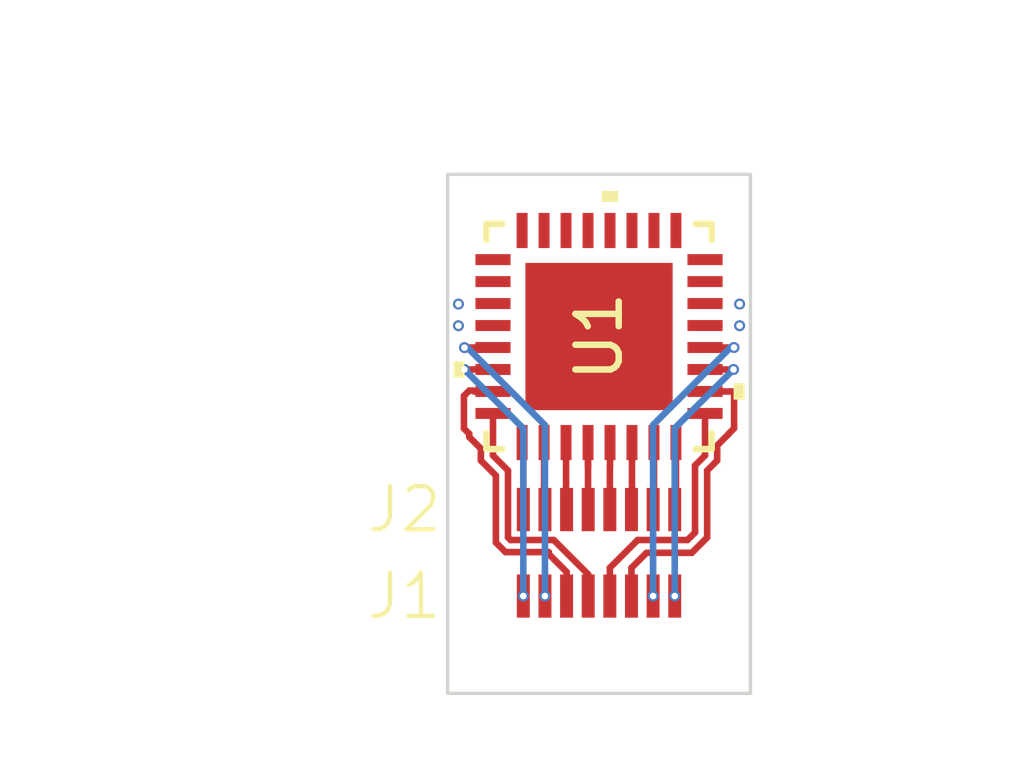
<source format=kicad_pcb>
(kicad_pcb (version 20241229) (generator "pcbnew") (generator_version "9.0")
  (layers (0 "F.Cu" signal) (2 "B.Cu" signal) (13 "F.Paste" user) (15 "B.Paste" user) (5 "F.SilkS" user "F.Silkscreen") (7 "B.SilkS" user "B.Silkscreen") (1 "F.Mask" user) (3 "B.Mask" user) (25 "Edge.Cuts" user))
  (net 0 "")
  (net 16 "GND")
  (net 17 "Net-(J1-Pin_1)")
  (net 18 "Net-(J1-Pin_2)")
  (net 19 "Net-(J1-Pin_3)")
  (net 20 "Net-(J1-Pin_6)")
  (net 21 "Net-(J2-Pin_6)")
  (net 22 "Net-(J1-Pin_5)")
  (net 23 "Net-(J2-Pin_3)")
  (net 24 "Net-(J2-Pin_5)")
  (net 25 "Net-(J1-Pin_4)")
  (net 26 "Net-(J2-Pin_8)")
  (net 27 "Net-(J2-Pin_7)")
  (net 28 "Net-(J2-Pin_4)")
  (net 29 "Net-(J1-Pin_7)")
  (net 30 "Net-(J2-Pin_1)")
  (net 31 "Net-(J1-Pin_8)")
  (net 32 "Net-(J2-Pin_2)")
  (footprint "BrailleLibrary:FPC Connecotr" (layer "F.Cu") (at 203.5 59.75 90)
    (property "Reference" "J1" (at 0 -4.5 0) (layer "F.SilkS") (effects (font (thickness 0.1))))
    (property "Value" "Conn_01x08_Socket")
    (pad "1" smd rect (at 0 -1.75 90) (size 1 0.3) (layers "F.Cu" "F.Mask" "F.Paste") (net 17 "Net-(J1-Pin_1)"))
    (pad "2" smd rect (at 0 -1.25 90) (size 1 0.3) (layers "F.Cu" "F.Mask" "F.Paste") (net 18 "Net-(J1-Pin_2)"))
    (pad "3" smd rect (at 0 -0.75 90) (size 1 0.3) (layers "F.Cu" "F.Mask" "F.Paste") (net 19 "Net-(J1-Pin_3)"))
    (pad "4" smd rect (at 0 -0.25 90) (size 1 0.3) (layers "F.Cu" "F.Mask" "F.Paste") (net 25 "Net-(J1-Pin_4)"))
    (pad "5" smd rect (at 0 0.25 90) (size 1 0.3) (layers "F.Cu" "F.Mask" "F.Paste") (net 22 "Net-(J1-Pin_5)"))
    (pad "6" smd rect (at 0 0.75 90) (size 1 0.3) (layers "F.Cu" "F.Mask" "F.Paste") (net 20 "Net-(J1-Pin_6)"))
    (pad "7" smd rect (at 0 1.25 90) (size 1 0.3) (layers "F.Cu" "F.Mask" "F.Paste") (net 29 "Net-(J1-Pin_7)"))
    (pad "8" smd rect (at 0 1.75 90) (size 1 0.3) (layers "F.Cu" "F.Mask" "F.Paste") (net 31 "Net-(J1-Pin_8)"))
  )
  (footprint "BrailleLibrary:FPC Connecotr" (layer "F.Cu") (at 203.5 57.75 90)
    (property "Reference" "J2" (at 0 -4.5 0) (layer "F.SilkS") (effects (font (thickness 0.1))))
    (property "Value" "Conn_01x08_Socket")
    (pad "1" smd rect (at 0 -1.75 90) (size 1 0.3) (layers "F.Cu" "F.Mask" "F.Paste") (net 30 "Net-(J2-Pin_1)"))
    (pad "2" smd rect (at 0 -1.25 90) (size 1 0.3) (layers "F.Cu" "F.Mask" "F.Paste") (net 32 "Net-(J2-Pin_2)"))
    (pad "3" smd rect (at 0 -0.75 90) (size 1 0.3) (layers "F.Cu" "F.Mask" "F.Paste") (net 23 "Net-(J2-Pin_3)"))
    (pad "4" smd rect (at 0 -0.25 90) (size 1 0.3) (layers "F.Cu" "F.Mask" "F.Paste") (net 28 "Net-(J2-Pin_4)"))
    (pad "5" smd rect (at 0 0.25 90) (size 1 0.3) (layers "F.Cu" "F.Mask" "F.Paste") (net 24 "Net-(J2-Pin_5)"))
    (pad "6" smd rect (at 0 0.75 90) (size 1 0.3) (layers "F.Cu" "F.Mask" "F.Paste") (net 21 "Net-(J2-Pin_6)"))
    (pad "7" smd rect (at 0 1.25 90) (size 1 0.3) (layers "F.Cu" "F.Mask" "F.Paste") (net 27 "Net-(J2-Pin_7)"))
    (pad "8" smd rect (at 0 1.75 90) (size 1 0.3) (layers "F.Cu" "F.Mask" "F.Paste") (net 26 "Net-(J2-Pin_8)"))
  )
  (footprint "HV509K6-G:QFN32_5X5MC_MCH" (layer "F.Cu") (at 203.5 53.75 90)
    (property "Reference" "U1" (at 0 0 90) (layer "F.SilkS"))
    (property "Value" "HV509K6-G")
    (fp_line (start 2.6035 -2.6035) (end 2.23774 -2.6035) (stroke (width 0.1524)) (layer "F.SilkS"))
    (fp_line (start -2.23774 -2.6035) (end -2.6035 -2.6035) (stroke (width 0.1524)) (layer "F.SilkS"))
    (fp_line (start -2.6035 -2.6035) (end -2.6035 -2.23774) (stroke (width 0.1524)) (layer "F.SilkS"))
    (fp_line (start 2.6035 -2.23774) (end 2.6035 -2.6035) (stroke (width 0.1524)) (layer "F.SilkS"))
    (fp_line (start -2.6035 2.23774) (end -2.6035 2.6035) (stroke (width 0.1524)) (layer "F.SilkS"))
    (fp_line (start 2.6035 2.6035) (end 2.6035 2.23774) (stroke (width 0.1524)) (layer "F.SilkS"))
    (fp_line (start 2.23774 2.6035) (end 2.6035 2.6035) (stroke (width 0.1524)) (layer "F.SilkS"))
    (fp_line (start -2.6035 2.6035) (end -2.23774 2.6035) (stroke (width 0.1524)) (layer "F.SilkS"))
    (fp_poly (pts (xy -0.9525 -3.1115) (xy -0.9525 -3.3655) (xy -0.5715 -3.3655) (xy -0.5715 -3.1115)) (fill yes) (layer "F.SilkS"))
    (fp_poly (pts (xy 3.3655 0.0635) (xy 3.3655 0.4445) (xy 3.1115 0.4445) (xy 3.1115 0.0635)) (fill yes) (layer "F.SilkS"))
    (fp_poly (pts (xy -1.4605 3.1115) (xy -1.4605 3.3655) (xy -1.0795 3.3655) (xy -1.0795 3.1115)) (fill yes) (layer "F.SilkS"))
    (pad "1" smd rect (at -2.4511 -1.778 180) (size 0.254 0.8128) (layers "F.Cu" "F.Mask" "F.Paste") (net 30 "Net-(J2-Pin_1)"))
    (pad "2" smd rect (at -2.4511 -1.27 180) (size 0.254 0.8128) (layers "F.Cu" "F.Mask" "F.Paste") (net 32 "Net-(J2-Pin_2)"))
    (pad "3" smd rect (at -2.4511 -0.762 180) (size 0.254 0.8128) (layers "F.Cu" "F.Mask" "F.Paste") (net 23 "Net-(J2-Pin_3)"))
    (pad "4" smd rect (at -2.4511 -0.254 180) (size 0.254 0.8128) (layers "F.Cu" "F.Mask" "F.Paste") (net 28 "Net-(J2-Pin_4)"))
    (pad "5" smd rect (at -2.4511 0.254 180) (size 0.254 0.8128) (layers "F.Cu" "F.Mask" "F.Paste") (net 24 "Net-(J2-Pin_5)"))
    (pad "6" smd rect (at -2.4511 0.762 180) (size 0.254 0.8128) (layers "F.Cu" "F.Mask" "F.Paste") (net 21 "Net-(J2-Pin_6)"))
    (pad "7" smd rect (at -2.4511 1.27 180) (size 0.254 0.8128) (layers "F.Cu" "F.Mask" "F.Paste") (net 27 "Net-(J2-Pin_7)"))
    (pad "8" smd rect (at -2.4511 1.778 180) (size 0.254 0.8128) (layers "F.Cu" "F.Mask" "F.Paste") (net 26 "Net-(J2-Pin_8)"))
    (pad "9" smd rect (at -1.778 2.4511 90) (size 0.254 0.8128) (layers "F.Cu" "F.Mask" "F.Paste") (net 22 "Net-(J1-Pin_5)"))
    (pad "10" smd rect (at -1.27 2.4511 90) (size 0.254 0.8128) (layers "F.Cu" "F.Mask" "F.Paste") (net 20 "Net-(J1-Pin_6)"))
    (pad "11" smd rect (at -0.762 2.4511 90) (size 0.254 0.8128) (layers "F.Cu" "F.Mask" "F.Paste") (net 31 "Net-(J1-Pin_8)"))
    (pad "12" smd rect (at -0.254 2.4511 90) (size 0.254 0.8128) (layers "F.Cu" "F.Mask" "F.Paste") (net 29 "Net-(J1-Pin_7)"))
    (pad "13" smd rect (at 0.254 2.4511 90) (size 0.254 0.8128) (layers "F.Cu" "F.Mask" "F.Paste"))
    (pad "14" smd rect (at 0.762 2.4511 90) (size 0.254 0.8128) (layers "F.Cu" "F.Mask" "F.Paste"))
    (pad "15" smd rect (at 1.27 2.4511 90) (size 0.254 0.8128) (layers "F.Cu" "F.Mask" "F.Paste") (net 16 "GND"))
    (pad "16" smd rect (at 1.778 2.4511 90) (size 0.254 0.8128) (layers "F.Cu" "F.Mask" "F.Paste"))
    (pad "17" smd rect (at 2.4511 1.778 180) (size 0.254 0.8128) (layers "F.Cu" "F.Mask" "F.Paste"))
    (pad "18" smd rect (at 2.4511 1.27 180) (size 0.254 0.8128) (layers "F.Cu" "F.Mask" "F.Paste"))
    (pad "19" smd rect (at 2.4511 0.762 180) (size 0.254 0.8128) (layers "F.Cu" "F.Mask" "F.Paste"))
    (pad "20" smd rect (at 2.4511 0.254 180) (size 0.254 0.8128) (layers "F.Cu" "F.Mask" "F.Paste"))
    (pad "21" smd rect (at 2.4511 -0.254 180) (size 0.254 0.8128) (layers "F.Cu" "F.Mask" "F.Paste"))
    (pad "22" smd rect (at 2.4511 -0.762 180) (size 0.254 0.8128) (layers "F.Cu" "F.Mask" "F.Paste"))
    (pad "23" smd rect (at 2.4511 -1.27 180) (size 0.254 0.8128) (layers "F.Cu" "F.Mask" "F.Paste"))
    (pad "24" smd rect (at 2.4511 -1.778 180) (size 0.254 0.8128) (layers "F.Cu" "F.Mask" "F.Paste"))
    (pad "25" smd rect (at 1.778 -2.4511 90) (size 0.254 0.8128) (layers "F.Cu" "F.Mask" "F.Paste"))
    (pad "26" smd rect (at 1.27 -2.4511 90) (size 0.254 0.8128) (layers "F.Cu" "F.Mask" "F.Paste"))
    (pad "27" smd rect (at 0.762 -2.4511 90) (size 0.254 0.8128) (layers "F.Cu" "F.Mask" "F.Paste"))
    (pad "28" smd rect (at 0.254 -2.4511 90) (size 0.254 0.8128) (layers "F.Cu" "F.Mask" "F.Paste"))
    (pad "29" smd rect (at -0.254 -2.4511 90) (size 0.254 0.8128) (layers "F.Cu" "F.Mask" "F.Paste") (net 18 "Net-(J1-Pin_2)"))
    (pad "30" smd rect (at -0.762 -2.4511 90) (size 0.254 0.8128) (layers "F.Cu" "F.Mask" "F.Paste") (net 17 "Net-(J1-Pin_1)"))
    (pad "31" smd rect (at -1.27 -2.4511 90) (size 0.254 0.8128) (layers "F.Cu" "F.Mask" "F.Paste") (net 19 "Net-(J1-Pin_3)"))
    (pad "32" smd rect (at -1.778 -2.4511 90) (size 0.254 0.8128) (layers "F.Cu" "F.Mask" "F.Paste") (net 25 "Net-(J1-Pin_4)"))
    (pad "33" smd rect (at 0 0 90) (size 3.4036 3.4036) (layers "F.Cu" "F.Mask" "F.Paste") (net 16 "GND"))
  )
  (gr_rect (start 200 50) (end 207 62) (stroke (width 0.0762)) (fill no) (layer "Edge.Cuts"))
  (via (at 200.25 53.5) (size 0.254) (drill 0.1524) (layers "F.Cu" "B.Cu") (net 0))
  (via (at 200.25 53) (size 0.254) (drill 0.1524) (layers "F.Cu" "B.Cu") (net 0))
  (via (at 206.75 53.5) (size 0.254) (drill 0.1524) (layers "F.Cu" "B.Cu") (net 0))
  (via (at 206.75 53) (size 0.254) (drill 0.1524) (layers "F.Cu" "B.Cu") (net 0))
  (segment (start 201.0489 54.512) (end 200.387955 54.512) (width 0.1524) (layer "F.Cu") (net 17))
  (segment (start 200.387955 54.512) (end 200.3772 54.501245) (width 0.1524) (layer "F.Cu") (net 17))
  (via (at 200.387955 54.512) (size 0.254) (drill 0.1524) (layers "F.Cu" "B.Cu") (net 17))
  (via (at 201.75 59.75) (size 0.254) (drill 0.1524) (layers "F.Cu" "B.Cu") (net 17))
  (segment (start 201.75 55.874045) (end 201.75 59.75) (width 0.1524) (layer "B.Cu") (net 17))
  (segment (start 200.387955 54.512) (end 201.75 55.874045) (width 0.1524) (layer "B.Cu") (net 17))
  (segment (start 200.392175 54.004) (end 200.389322 54.006853) (width 0.1524) (layer "F.Cu") (net 18))
  (segment (start 201.0489 54.004) (end 200.392175 54.004) (width 0.1524) (layer "F.Cu") (net 18))
  (via (at 200.389322 54.006853) (size 0.254) (drill 0.1524) (layers "F.Cu" "B.Cu") (net 18))
  (via (at 202.25 59.75) (size 0.254) (drill 0.1524) (layers "F.Cu" "B.Cu") (net 18))
  (segment (start 200.389322 54.006853) (end 200.458959 54.006853) (width 0.1524) (layer "B.Cu") (net 18))
  (segment (start 200.458959 54.006853) (end 202.25 55.797894) (width 0.1524) (layer "B.Cu") (net 18))
  (segment (start 202.25 55.797894) (end 202.25 59.75) (width 0.1524) (layer "B.Cu") (net 18))
  (segment (start 200.5 56) (end 200.3772 55.8772) (width 0.1524) (layer "F.Cu") (net 19))
  (segment (start 200.3772 55.8772) (end 200.3772 55.1228) (width 0.1524) (layer "F.Cu") (net 19))
  (segment (start 200.7685 56.341773) (end 200.5 56.073273) (width 0.1524) (layer "F.Cu") (net 19))
  (segment (start 202.75 59.75) (end 202.75 59.1916) (width 0.1524) (layer "F.Cu") (net 19))
  (segment (start 200.5 55) (end 200.5951 55) (width 0.1524) (layer "F.Cu") (net 19))
  (segment (start 201.338054 58.7346) (end 201.1154 58.511945) (width 0.1524) (layer "F.Cu") (net 19))
  (segment (start 200.5951 55) (end 200.6151 55.02) (width 0.1524) (layer "F.Cu") (net 19))
  (segment (start 200.5 56.073273) (end 200.5 56) (width 0.1524) (layer "F.Cu") (net 19))
  (segment (start 202.338054 58.7346) (end 201.338054 58.7346) (width 0.1524) (layer "F.Cu") (net 19))
  (segment (start 201.1154 56.963046) (end 200.7685 56.616145) (width 0.1524) (layer "F.Cu") (net 19))
  (segment (start 200.6151 55.02) (end 201.0489 55.02) (width 0.1524) (layer "F.Cu") (net 19))
  (segment (start 201.1154 58.511945) (end 201.1154 56.963046) (width 0.1524) (layer "F.Cu") (net 19))
  (segment (start 200.7685 56.616145) (end 200.7685 56.341773) (width 0.1524) (layer "F.Cu") (net 19))
  (segment (start 202.75 59.1916) (end 202.3388 58.7804) (width 0.1524) (layer "F.Cu") (net 19))
  (segment (start 202.3388 58.7804) (end 202.3388 58.735346) (width 0.1524) (layer "F.Cu") (net 19))
  (segment (start 200.3772 55.1228) (end 200.5 55) (width 0.1524) (layer "F.Cu") (net 19))
  (segment (start 202.3388 58.735346) (end 202.338054 58.7346) (width 0.1524) (layer "F.Cu") (net 19))
  (segment (start 206 58.396545) (end 205.646545 58.75) (width 0.1524) (layer "F.Cu") (net 20))
  (segment (start 205.646545 58.75) (end 204.5976 58.75) (width 0.1524) (layer "F.Cu") (net 20))
  (segment (start 206.2315 56.616146) (end 206 56.847646) (width 0.1524) (layer "F.Cu") (net 20))
  (segment (start 204.25 59.0976) (end 204.25 59.75) (width 0.1524) (layer "F.Cu") (net 20))
  (segment (start 206.5 55.9956) (end 206.5 56) (width 0.1524) (layer "F.Cu") (net 20))
  (segment (start 205.9511 55.02) (end 206.6228 55.02) (width 0.1524) (layer "F.Cu") (net 20))
  (segment (start 206 58.396545) (end 206 56.847646) (width 0.1524) (layer "F.Cu") (net 20))
  (segment (start 206.6228 55.02) (end 206.6228 55.8728) (width 0.1524) (layer "F.Cu") (net 20))
  (segment (start 204.5976 58.75) (end 204.25 59.0976) (width 0.1524) (layer "F.Cu") (net 20))
  (segment (start 206.5 56) (end 206.2315 56.2685) (width 0.1524) (layer "F.Cu") (net 20))
  (segment (start 206.2315 56.2685) (end 206.2315 56.616146) (width 0.1524) (layer "F.Cu") (net 20))
  (segment (start 206.6228 55.8728) (end 206.5 55.9956) (width 0.1524) (layer "F.Cu") (net 20))
  (segment (start 204.262 57.738) (end 204.25 57.75) (width 0.1524) (layer "F.Cu") (net 21))
  (segment (start 204.262 56.2011) (end 204.262 57.738) (width 0.1524) (layer "F.Cu") (net 21))
  (segment (start 204.3934 58.4542) (end 203.75 59.0976) (width 0.1524) (layer "F.Cu") (net 22))
  (segment (start 205.9511 55.528) (end 205.9511 56.5) (width 0.1524) (layer "F.Cu") (net 22))
  (segment (start 205.7196 56.7315) (end 205.7196 58.280399) (width 0.1524) (layer "F.Cu") (net 22))
  (segment (start 205.9511 56.5) (end 205.7196 56.7315) (width 0.1524) (layer "F.Cu") (net 22))
  (segment (start 205.545799 58.4542) (end 204.3934 58.4542) (width 0.1524) (layer "F.Cu") (net 22))
  (segment (start 203.75 59.0976) (end 203.75 59.75) (width 0.1524) (layer "F.Cu") (net 22))
  (segment (start 205.7196 58.280399) (end 205.545799 58.4542) (width 0.1524) (layer "F.Cu") (net 22))
  (segment (start 202.738 56.2011) (end 202.738 57.738) (width 0.1524) (layer "F.Cu") (net 23))
  (segment (start 202.738 57.738) (end 202.75 57.75) (width 0.1524) (layer "F.Cu") (net 23))
  (segment (start 203.754 56.2011) (end 203.754 56.754) (width 0.1524) (layer "F.Cu") (net 24))
  (segment (start 203.754 56.754) (end 203.75 56.758) (width 0.1524) (layer "F.Cu") (net 24))
  (segment (start 203.75 56.758) (end 203.75 57.75) (width 0.1524) (layer "F.Cu") (net 24))
  (segment (start 203.754 57.746) (end 203.75 57.75) (width 0.1524) (layer "F.Cu") (net 24))
  (segment (start 201.3958 58.3958) (end 201.3958 56.8469) (width 0.1524) (layer "F.Cu") (net 25))
  (segment (start 201.3958 56.8469) (end 201.0489 56.5) (width 0.1524) (layer "F.Cu") (net 25))
  (segment (start 201.0489 56.5) (end 201.0489 55.528) (width 0.1524) (layer "F.Cu") (net 25))
  (segment (start 201.4542 58.4542) (end 201.3958 58.3958) (width 0.1524) (layer "F.Cu") (net 25))
  (segment (start 203.25 59.25) (end 202.4542 58.4542) (width 0.1524) (layer "F.Cu") (net 25))
  (segment (start 202.4542 58.4542) (end 201.4542 58.4542) (width 0.1524) (layer "F.Cu") (net 25))
  (segment (start 203.25 59.75) (end 203.25 59.25) (width 0.1524) (layer "F.Cu") (net 25))
  (segment (start 205.278 57.722) (end 205.25 57.75) (width 0.1524) (layer "F.Cu") (net 26))
  (segment (start 205.278 56.2011) (end 205.278 57.722) (width 0.1524) (layer "F.Cu") (net 26))
  (segment (start 204.77 57.73) (end 204.75 57.75) (width 0.1524) (layer "F.Cu") (net 27))
  (segment (start 204.77 56.2011) (end 204.77 57.73) (width 0.1524) (layer "F.Cu") (net 27))
  (segment (start 203.246 57.746) (end 203.25 57.75) (width 0.1524) (layer "F.Cu") (net 28))
  (segment (start 203.246 56.2011) (end 203.246 57.746) (width 0.1524) (layer "F.Cu") (net 28))
  (segment (start 203.246 56.2011) (end 203.246 56.746) (width 0.1524) (layer "F.Cu") (net 28))
  (segment (start 203.246 56.746) (end 203.25 56.75) (width 0.1524) (layer "F.Cu") (net 28))
  (segment (start 206.619733 54.004) (end 206.6228 54.000933) (width 0.1524) (layer "F.Cu") (net 29))
  (segment (start 205.9511 54.004) (end 206.619733 54.004) (width 0.1524) (layer "F.Cu") (net 29))
  (via (at 204.75 59.75) (size 0.254) (drill 0.1524) (layers "F.Cu" "B.Cu") (net 29))
  (via (at 206.619733 54.004) (size 0.254) (drill 0.1524) (layers "F.Cu" "B.Cu") (net 29))
  (segment (start 206.619733 54.004) (end 206.540623 54.004) (width 0.1524) (layer "B.Cu") (net 29))
  (segment (start 204.75 55.794623) (end 204.75 59.75) (width 0.1524) (layer "B.Cu") (net 29))
  (segment (start 206.540623 54.004) (end 204.75 55.794623) (width 0.1524) (layer "B.Cu") (net 29))
  (segment (start 201.722 57.722) (end 201.75 57.75) (width 0.1524) (layer "F.Cu") (net 30))
  (segment (start 201.75 57.75) (end 201.75 56.2291) (width 0.1524) (layer "F.Cu") (net 30))
  (segment (start 201.75 56.2291) (end 201.722 56.2011) (width 0.1524) (layer "F.Cu") (net 30))
  (segment (start 205.9511 54.512) (end 206.608774 54.512) (width 0.1524) (layer "F.Cu") (net 31))
  (segment (start 206.608774 54.512) (end 206.6228 54.497974) (width 0.1524) (layer "F.Cu") (net 31))
  (via (at 205.25 59.75) (size 0.254) (drill 0.1524) (layers "F.Cu" "B.Cu") (net 31))
  (via (at 206.608774 54.512) (size 0.254) (drill 0.1524) (layers "F.Cu" "B.Cu") (net 31))
  (segment (start 205.25 59.75) (end 205.25 55.870774) (width 0.1524) (layer "B.Cu") (net 31))
  (segment (start 206.608774 54.512) (end 205.25 55.870774) (width 0.1524) (layer "B.Cu") (net 31))
  (segment (start 202.23 56.2011) (end 202.23 57.73) (width 0.1524) (layer "F.Cu") (net 32))
  (segment (start 202.23 57.73) (end 202.25 57.75) (width 0.1524) (layer "F.Cu") (net 32))
)
</source>
